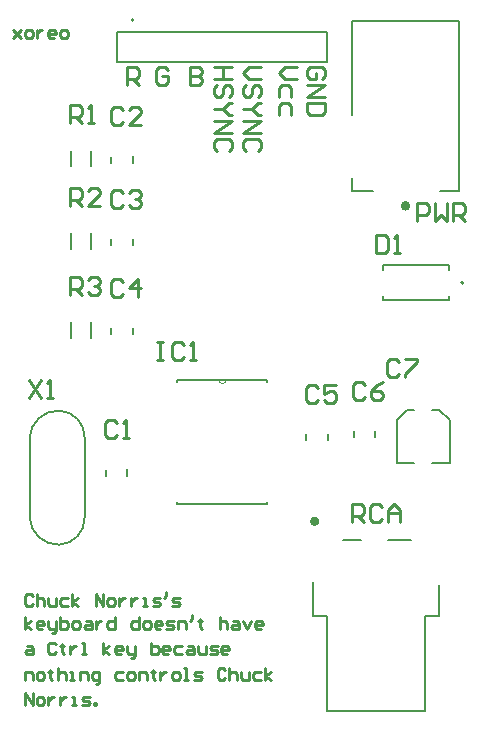
<source format=gbr>
G04*
G04 #@! TF.GenerationSoftware,Altium Limited,Altium Designer,22.4.2 (48)*
G04*
G04 Layer_Color=65535*
%FSLAX25Y25*%
%MOIN*%
G70*
G04*
G04 #@! TF.SameCoordinates,2A41B901-7CA2-4390-9F02-5F8C8343CA34*
G04*
G04*
G04 #@! TF.FilePolarity,Positive*
G04*
G01*
G75*
%ADD10C,0.00500*%
%ADD11C,0.01575*%
%ADD12C,0.00787*%
%ADD13C,0.00000*%
%ADD14C,0.00600*%
%ADD15C,0.01000*%
D10*
X28859Y93924D02*
G03*
X20347Y103052I-8820J308D01*
G01*
Y58365D02*
G03*
X28859Y67493I-308J8820D01*
G01*
X10511Y67542D02*
G03*
X20352Y58365I9509J332D01*
G01*
Y103052D02*
G03*
X10511Y93875I-332J-9509D01*
G01*
X28858Y67520D02*
Y93898D01*
X10512Y67520D02*
Y93898D01*
X42913Y81399D02*
X42926Y83457D01*
X35827Y81399D02*
X35831Y83390D01*
X44882Y185729D02*
X44895Y187788D01*
X37795Y185729D02*
X37799Y187721D01*
X44882Y158170D02*
X44895Y160229D01*
X37795Y158170D02*
X37799Y160161D01*
X44882Y128643D02*
X44895Y130701D01*
X37795Y128643D02*
X37799Y130634D01*
X109843Y93210D02*
X109855Y95268D01*
X102756Y93210D02*
X102760Y95201D01*
X125591Y94274D02*
X125603Y96332D01*
X118504Y94274D02*
X118508Y96265D01*
X24213Y184449D02*
Y189724D01*
X30906Y184449D02*
Y189724D01*
X24213Y156811D02*
Y162087D01*
X30906Y156811D02*
Y162087D01*
X24213Y127284D02*
Y132559D01*
X30906Y127284D02*
Y132559D01*
X109646Y2953D02*
Y34449D01*
Y2953D02*
X142323D01*
Y34449D01*
X146850D01*
Y44996D01*
X105118Y34449D02*
X109646D01*
X105118D02*
Y45996D01*
X129984Y59996D02*
X137484D01*
X114984D02*
X120984D01*
X118110Y233071D02*
X153543D01*
Y176378D02*
Y233071D01*
X118110Y176378D02*
Y180634D01*
X147327Y176378D02*
X153543D01*
X118110Y201634D02*
Y233071D01*
Y176378D02*
X124827D01*
X150236Y150000D02*
Y151476D01*
X128189D02*
X150236D01*
X128189Y150000D02*
Y151476D01*
Y139862D02*
Y141339D01*
Y139862D02*
X150236D01*
Y141339D01*
X39803Y219409D02*
Y229331D01*
X109803D01*
Y219409D02*
Y229331D01*
X39803Y219409D02*
X109803D01*
D11*
X106299Y66142D02*
G03*
X106299Y66142I-787J0D01*
G01*
X136614Y171260D02*
G03*
X136614Y171260I-787J0D01*
G01*
D12*
X155181Y145669D02*
G03*
X155181Y145669I-394J0D01*
G01*
X45197Y233268D02*
G03*
X45197Y233268I-394J0D01*
G01*
X144685Y103347D02*
X147047D01*
X150591Y99803D01*
X132874D02*
X136417Y103347D01*
X138779D01*
X150591Y85630D02*
Y99803D01*
X144685Y85630D02*
X150591D01*
X132874D02*
X138779D01*
X132874D02*
Y99803D01*
D13*
X73603Y113220D02*
G03*
X76003Y113220I1200J0D01*
G01*
D14*
X59803Y112420D02*
Y113220D01*
X73603D01*
X76003D01*
X89803D01*
Y71820D02*
Y72620D01*
X59803Y71820D02*
X89803D01*
X59803D02*
Y72620D01*
X89803Y112420D02*
Y113220D01*
D15*
X11498Y41300D02*
X10842Y41956D01*
X9530D01*
X8874Y41300D01*
Y38676D01*
X9530Y38020D01*
X10842D01*
X11498Y38676D01*
X12810Y41956D02*
Y38020D01*
Y39988D01*
X13466Y40644D01*
X14778D01*
X15434Y39988D01*
Y38020D01*
X16746Y40644D02*
Y38676D01*
X17402Y38020D01*
X19369D01*
Y40644D01*
X23305D02*
X21337D01*
X20681Y39988D01*
Y38676D01*
X21337Y38020D01*
X23305D01*
X24617D02*
Y41956D01*
Y39332D02*
X26585Y40644D01*
X24617Y39332D02*
X26585Y38020D01*
X32489D02*
Y41956D01*
X35112Y38020D01*
Y41956D01*
X37080Y38020D02*
X38392D01*
X39048Y38676D01*
Y39988D01*
X38392Y40644D01*
X37080D01*
X36424Y39988D01*
Y38676D01*
X37080Y38020D01*
X40360Y40644D02*
Y38020D01*
Y39332D01*
X41016Y39988D01*
X41672Y40644D01*
X42328D01*
X44296D02*
Y38020D01*
Y39332D01*
X44952Y39988D01*
X45608Y40644D01*
X46264D01*
X48231Y38020D02*
X49543D01*
X48887D01*
Y40644D01*
X48231D01*
X51511Y38020D02*
X53479D01*
X54135Y38676D01*
X53479Y39332D01*
X52167D01*
X51511Y39988D01*
X52167Y40644D01*
X54135D01*
X56103Y42612D02*
Y41300D01*
X55447Y40644D01*
X58071Y38020D02*
X60039D01*
X60695Y38676D01*
X60039Y39332D01*
X58727D01*
X58071Y39988D01*
X58727Y40644D01*
X60695D01*
X8874Y30241D02*
Y34177D01*
Y31553D02*
X10842Y32865D01*
X8874Y31553D02*
X10842Y30241D01*
X14778D02*
X13466D01*
X12810Y30897D01*
Y32209D01*
X13466Y32865D01*
X14778D01*
X15434Y32209D01*
Y31553D01*
X12810D01*
X16746Y32865D02*
Y30897D01*
X17402Y30241D01*
X19369D01*
Y29585D01*
X18713Y28929D01*
X18057D01*
X19369Y30241D02*
Y32865D01*
X20681Y34177D02*
Y30241D01*
X22649D01*
X23305Y30897D01*
Y31553D01*
Y32209D01*
X22649Y32865D01*
X20681D01*
X25273Y30241D02*
X26585D01*
X27241Y30897D01*
Y32209D01*
X26585Y32865D01*
X25273D01*
X24617Y32209D01*
Y30897D01*
X25273Y30241D01*
X29209Y32865D02*
X30521D01*
X31176Y32209D01*
Y30241D01*
X29209D01*
X28553Y30897D01*
X29209Y31553D01*
X31176D01*
X32489Y32865D02*
Y30241D01*
Y31553D01*
X33144Y32209D01*
X33800Y32865D01*
X34456D01*
X39048Y34177D02*
Y30241D01*
X37080D01*
X36424Y30897D01*
Y32209D01*
X37080Y32865D01*
X39048D01*
X46920Y34177D02*
Y30241D01*
X44952D01*
X44296Y30897D01*
Y32209D01*
X44952Y32865D01*
X46920D01*
X48887Y30241D02*
X50199D01*
X50855Y30897D01*
Y32209D01*
X50199Y32865D01*
X48887D01*
X48231Y32209D01*
Y30897D01*
X48887Y30241D01*
X54135D02*
X52823D01*
X52167Y30897D01*
Y32209D01*
X52823Y32865D01*
X54135D01*
X54791Y32209D01*
Y31553D01*
X52167D01*
X56103Y30241D02*
X58071D01*
X58727Y30897D01*
X58071Y31553D01*
X56759D01*
X56103Y32209D01*
X56759Y32865D01*
X58727D01*
X60039Y30241D02*
Y32865D01*
X62006D01*
X62663Y32209D01*
Y30241D01*
X64630Y34833D02*
Y33521D01*
X63974Y32865D01*
X67254Y33521D02*
Y32865D01*
X66598D01*
X67910D01*
X67254D01*
Y30897D01*
X67910Y30241D01*
X73814Y34177D02*
Y30241D01*
Y32209D01*
X74470Y32865D01*
X75782D01*
X76437Y32209D01*
Y30241D01*
X78405Y32865D02*
X79717D01*
X80373Y32209D01*
Y30241D01*
X78405D01*
X77750Y30897D01*
X78405Y31553D01*
X80373D01*
X81685Y32865D02*
X82997Y30241D01*
X84309Y32865D01*
X87589Y30241D02*
X86277D01*
X85621Y30897D01*
Y32209D01*
X86277Y32865D01*
X87589D01*
X88245Y32209D01*
Y31553D01*
X85621D01*
X9530Y24430D02*
X10842D01*
X11498Y23775D01*
Y21807D01*
X9530D01*
X8874Y22463D01*
X9530Y23119D01*
X11498D01*
X19369Y25086D02*
X18713Y25742D01*
X17402D01*
X16746Y25086D01*
Y22463D01*
X17402Y21807D01*
X18713D01*
X19369Y22463D01*
X21337Y25086D02*
Y24430D01*
X20681D01*
X21993D01*
X21337D01*
Y22463D01*
X21993Y21807D01*
X23961Y24430D02*
Y21807D01*
Y23119D01*
X24617Y23775D01*
X25273Y24430D01*
X25929D01*
X27897Y21807D02*
X29209D01*
X28553D01*
Y25742D01*
X27897D01*
X35112Y21807D02*
Y25742D01*
Y23119D02*
X37080Y24430D01*
X35112Y23119D02*
X37080Y21807D01*
X41016D02*
X39704D01*
X39048Y22463D01*
Y23775D01*
X39704Y24430D01*
X41016D01*
X41672Y23775D01*
Y23119D01*
X39048D01*
X42984Y24430D02*
Y22463D01*
X43640Y21807D01*
X45608D01*
Y21151D01*
X44952Y20495D01*
X44296D01*
X45608Y21807D02*
Y24430D01*
X50855Y25742D02*
Y21807D01*
X52823D01*
X53479Y22463D01*
Y23119D01*
Y23775D01*
X52823Y24430D01*
X50855D01*
X56759Y21807D02*
X55447D01*
X54791Y22463D01*
Y23775D01*
X55447Y24430D01*
X56759D01*
X57415Y23775D01*
Y23119D01*
X54791D01*
X61351Y24430D02*
X59383D01*
X58727Y23775D01*
Y22463D01*
X59383Y21807D01*
X61351D01*
X63318Y24430D02*
X64630D01*
X65286Y23775D01*
Y21807D01*
X63318D01*
X62663Y22463D01*
X63318Y23119D01*
X65286D01*
X66598Y24430D02*
Y22463D01*
X67254Y21807D01*
X69222D01*
Y24430D01*
X70534Y21807D02*
X72502D01*
X73158Y22463D01*
X72502Y23119D01*
X71190D01*
X70534Y23775D01*
X71190Y24430D01*
X73158D01*
X76437Y21807D02*
X75126D01*
X74470Y22463D01*
Y23775D01*
X75126Y24430D01*
X76437D01*
X77093Y23775D01*
Y23119D01*
X74470D01*
X8874Y13372D02*
Y15996D01*
X10842D01*
X11498Y15340D01*
Y13372D01*
X13466D02*
X14778D01*
X15434Y14028D01*
Y15340D01*
X14778Y15996D01*
X13466D01*
X12810Y15340D01*
Y14028D01*
X13466Y13372D01*
X17402Y16652D02*
Y15996D01*
X16746D01*
X18057D01*
X17402D01*
Y14028D01*
X18057Y13372D01*
X20025Y17308D02*
Y13372D01*
Y15340D01*
X20681Y15996D01*
X21993D01*
X22649Y15340D01*
Y13372D01*
X23961D02*
X25273D01*
X24617D01*
Y15996D01*
X23961D01*
X27241Y13372D02*
Y15996D01*
X29209D01*
X29865Y15340D01*
Y13372D01*
X32489Y12060D02*
X33144D01*
X33800Y12716D01*
Y15996D01*
X31833D01*
X31176Y15340D01*
Y14028D01*
X31833Y13372D01*
X33800D01*
X41672Y15996D02*
X39704D01*
X39048Y15340D01*
Y14028D01*
X39704Y13372D01*
X41672D01*
X43640D02*
X44952D01*
X45608Y14028D01*
Y15340D01*
X44952Y15996D01*
X43640D01*
X42984Y15340D01*
Y14028D01*
X43640Y13372D01*
X46920D02*
Y15996D01*
X48887D01*
X49543Y15340D01*
Y13372D01*
X51511Y16652D02*
Y15996D01*
X50855D01*
X52167D01*
X51511D01*
Y14028D01*
X52167Y13372D01*
X54135Y15996D02*
Y13372D01*
Y14684D01*
X54791Y15340D01*
X55447Y15996D01*
X56103D01*
X58727Y13372D02*
X60039D01*
X60695Y14028D01*
Y15340D01*
X60039Y15996D01*
X58727D01*
X58071Y15340D01*
Y14028D01*
X58727Y13372D01*
X62006D02*
X63318D01*
X62663D01*
Y17308D01*
X62006D01*
X65286Y13372D02*
X67254D01*
X67910Y14028D01*
X67254Y14684D01*
X65942D01*
X65286Y15340D01*
X65942Y15996D01*
X67910D01*
X75782Y16652D02*
X75126Y17308D01*
X73814D01*
X73158Y16652D01*
Y14028D01*
X73814Y13372D01*
X75126D01*
X75782Y14028D01*
X77093Y17308D02*
Y13372D01*
Y15340D01*
X77750Y15996D01*
X79061D01*
X79717Y15340D01*
Y13372D01*
X81029Y15996D02*
Y14028D01*
X81685Y13372D01*
X83653D01*
Y15996D01*
X87589D02*
X85621D01*
X84965Y15340D01*
Y14028D01*
X85621Y13372D01*
X87589D01*
X88901D02*
Y17308D01*
Y14684D02*
X90869Y15996D01*
X88901Y14684D02*
X90869Y13372D01*
X8874Y4937D02*
Y8873D01*
X11498Y4937D01*
Y8873D01*
X13466Y4937D02*
X14778D01*
X15434Y5593D01*
Y6905D01*
X14778Y7561D01*
X13466D01*
X12810Y6905D01*
Y5593D01*
X13466Y4937D01*
X16746Y7561D02*
Y4937D01*
Y6249D01*
X17402Y6905D01*
X18057Y7561D01*
X18713D01*
X20681D02*
Y4937D01*
Y6249D01*
X21337Y6905D01*
X21993Y7561D01*
X22649D01*
X24617Y4937D02*
X25929D01*
X25273D01*
Y7561D01*
X24617D01*
X27897Y4937D02*
X29865D01*
X30521Y5593D01*
X29865Y6249D01*
X28553D01*
X27897Y6905D01*
X28553Y7561D01*
X30521D01*
X31833Y4937D02*
Y5593D01*
X32489D01*
Y4937D01*
X31833D01*
X4937Y230002D02*
X7561Y227378D01*
X6249Y228690D01*
X7561Y230002D01*
X4937Y227378D01*
X9529D02*
X10841D01*
X11497Y228034D01*
Y229346D01*
X10841Y230002D01*
X9529D01*
X8873Y229346D01*
Y228034D01*
X9529Y227378D01*
X12809Y230002D02*
Y227378D01*
Y228690D01*
X13464Y229346D01*
X14120Y230002D01*
X14776D01*
X18712Y227378D02*
X17400D01*
X16744Y228034D01*
Y229346D01*
X17400Y230002D01*
X18712D01*
X19368Y229346D01*
Y228690D01*
X16744D01*
X21336Y227378D02*
X22648D01*
X23304Y228034D01*
Y229346D01*
X22648Y230002D01*
X21336D01*
X20680Y229346D01*
Y228034D01*
X21336Y227378D01*
X42969Y211630D02*
Y217628D01*
X45968D01*
X46968Y216628D01*
Y214629D01*
X45968Y213629D01*
X42969D01*
X44968D02*
X46968Y211630D01*
X56743Y216628D02*
X55744Y217628D01*
X53744D01*
X52745Y216628D01*
Y212630D01*
X53744Y211630D01*
X55744D01*
X56743Y212630D01*
Y214629D01*
X54744D01*
X63992Y217628D02*
Y211630D01*
X66991D01*
X67991Y212630D01*
Y213629D01*
X66991Y214629D01*
X63992D01*
X66991D01*
X67991Y215629D01*
Y216628D01*
X66991Y217628D01*
X63992D01*
X108033Y213505D02*
X109033Y214505D01*
Y216504D01*
X108033Y217504D01*
X104034D01*
X103035Y216504D01*
Y214505D01*
X104034Y213505D01*
X106034D01*
Y215505D01*
X103035Y211506D02*
X109033D01*
X103035Y207507D01*
X109033D01*
Y205508D02*
X103035D01*
Y202509D01*
X104034Y201509D01*
X108033D01*
X109033Y202509D01*
Y205508D01*
X77864Y217504D02*
X71866D01*
X74865D01*
Y213505D01*
X77864D01*
X71866D01*
X76864Y207507D02*
X77864Y208507D01*
Y210506D01*
X76864Y211506D01*
X75865D01*
X74865Y210506D01*
Y208507D01*
X73865Y207507D01*
X72866D01*
X71866Y208507D01*
Y210506D01*
X72866Y211506D01*
X77864Y205508D02*
X76864D01*
X74865Y203508D01*
X76864Y201509D01*
X77864D01*
X74865Y203508D02*
X71866D01*
Y199510D02*
X77864D01*
X71866Y195511D01*
X77864D01*
X76864Y189513D02*
X77864Y190513D01*
Y192512D01*
X76864Y193512D01*
X72866D01*
X71866Y192512D01*
Y190513D01*
X72866Y189513D01*
X87707Y217504D02*
X83708D01*
X81709Y215505D01*
X83708Y213505D01*
X87707D01*
X86707Y207507D02*
X87707Y208507D01*
Y210506D01*
X86707Y211506D01*
X85707D01*
X84708Y210506D01*
Y208507D01*
X83708Y207507D01*
X82708D01*
X81709Y208507D01*
Y210506D01*
X82708Y211506D01*
X87707Y205508D02*
X86707D01*
X84708Y203508D01*
X86707Y201509D01*
X87707D01*
X84708Y203508D02*
X81709D01*
Y199510D02*
X87707D01*
X81709Y195511D01*
X87707D01*
X86707Y189513D02*
X87707Y190513D01*
Y192512D01*
X86707Y193512D01*
X82708D01*
X81709Y192512D01*
Y190513D01*
X82708Y189513D01*
X99518Y217504D02*
X95519D01*
X93520Y215505D01*
X95519Y213505D01*
X99518D01*
X97518Y207507D02*
Y210506D01*
X96519Y211506D01*
X94519D01*
X93520Y210506D01*
Y207507D01*
X97518Y201509D02*
Y204508D01*
X96519Y205508D01*
X94519D01*
X93520Y204508D01*
Y201509D01*
X10400Y113398D02*
X14399Y107400D01*
Y113398D02*
X10400Y107400D01*
X16398D02*
X18397D01*
X17398D01*
Y113398D01*
X16398Y112398D01*
X24100Y141700D02*
Y147698D01*
X27099D01*
X28099Y146698D01*
Y144699D01*
X27099Y143699D01*
X24100D01*
X26099D02*
X28099Y141700D01*
X30098Y146698D02*
X31098Y147698D01*
X33097D01*
X34097Y146698D01*
Y145699D01*
X33097Y144699D01*
X32097D01*
X33097D01*
X34097Y143699D01*
Y142700D01*
X33097Y141700D01*
X31098D01*
X30098Y142700D01*
X24100Y171300D02*
Y177298D01*
X27099D01*
X28099Y176298D01*
Y174299D01*
X27099Y173299D01*
X24100D01*
X26099D02*
X28099Y171300D01*
X34097D02*
X30098D01*
X34097Y175299D01*
Y176298D01*
X33097Y177298D01*
X31098D01*
X30098Y176298D01*
X24100Y198900D02*
Y204898D01*
X27099D01*
X28099Y203898D01*
Y201899D01*
X27099Y200899D01*
X24100D01*
X26099D02*
X28099Y198900D01*
X30098D02*
X32097D01*
X31098D01*
Y204898D01*
X30098Y203898D01*
X139640Y166292D02*
Y172290D01*
X142639D01*
X143639Y171291D01*
Y169291D01*
X142639Y168292D01*
X139640D01*
X145638Y172290D02*
Y166292D01*
X147638Y168292D01*
X149637Y166292D01*
Y172290D01*
X151637Y166292D02*
Y172290D01*
X154636D01*
X155635Y171291D01*
Y169291D01*
X154636Y168292D01*
X151637D01*
X153636D02*
X155635Y166292D01*
X117987Y65899D02*
Y71897D01*
X120986D01*
X121985Y70897D01*
Y68898D01*
X120986Y67898D01*
X117987D01*
X119986D02*
X121985Y65899D01*
X127984Y70897D02*
X126984Y71897D01*
X124985D01*
X123985Y70897D01*
Y66898D01*
X124985Y65899D01*
X126984D01*
X127984Y66898D01*
X129983Y65899D02*
Y69897D01*
X131982Y71897D01*
X133982Y69897D01*
Y65899D01*
Y68898D01*
X129983D01*
X53000Y125898D02*
X54999D01*
X54000D01*
Y119900D01*
X53000D01*
X54999D01*
X61997Y124898D02*
X60997Y125898D01*
X58998D01*
X57998Y124898D01*
Y120900D01*
X58998Y119900D01*
X60997D01*
X61997Y120900D01*
X63996Y119900D02*
X65996D01*
X64996D01*
Y125898D01*
X63996Y124898D01*
X126100Y161598D02*
Y155600D01*
X129099D01*
X130099Y156600D01*
Y160598D01*
X129099Y161598D01*
X126100D01*
X132098Y155600D02*
X134097D01*
X133098D01*
Y161598D01*
X132098Y160598D01*
X133799Y119298D02*
X132799Y120298D01*
X130800D01*
X129800Y119298D01*
Y115300D01*
X130800Y114300D01*
X132799D01*
X133799Y115300D01*
X135798Y120298D02*
X139797D01*
Y119298D01*
X135798Y115300D01*
Y114300D01*
X122399Y111598D02*
X121399Y112598D01*
X119400D01*
X118400Y111598D01*
Y107600D01*
X119400Y106600D01*
X121399D01*
X122399Y107600D01*
X128397Y112598D02*
X126397Y111598D01*
X124398Y109599D01*
Y107600D01*
X125398Y106600D01*
X127397D01*
X128397Y107600D01*
Y108599D01*
X127397Y109599D01*
X124398D01*
X106699Y110598D02*
X105699Y111598D01*
X103700D01*
X102700Y110598D01*
Y106600D01*
X103700Y105600D01*
X105699D01*
X106699Y106600D01*
X112697Y111598D02*
X108698D01*
Y108599D01*
X110697Y109599D01*
X111697D01*
X112697Y108599D01*
Y106600D01*
X111697Y105600D01*
X109698D01*
X108698Y106600D01*
X41699Y145998D02*
X40699Y146998D01*
X38700D01*
X37700Y145998D01*
Y142000D01*
X38700Y141000D01*
X40699D01*
X41699Y142000D01*
X46697Y141000D02*
Y146998D01*
X43698Y143999D01*
X47697D01*
X41699Y175498D02*
X40699Y176498D01*
X38700D01*
X37700Y175498D01*
Y171500D01*
X38700Y170500D01*
X40699D01*
X41699Y171500D01*
X43698Y175498D02*
X44698Y176498D01*
X46697D01*
X47697Y175498D01*
Y174499D01*
X46697Y173499D01*
X45697D01*
X46697D01*
X47697Y172499D01*
Y171500D01*
X46697Y170500D01*
X44698D01*
X43698Y171500D01*
X41699Y203098D02*
X40699Y204098D01*
X38700D01*
X37700Y203098D01*
Y199100D01*
X38700Y198100D01*
X40699D01*
X41699Y199100D01*
X47697Y198100D02*
X43698D01*
X47697Y202099D01*
Y203098D01*
X46697Y204098D01*
X44698D01*
X43698Y203098D01*
X39699Y98798D02*
X38699Y99798D01*
X36700D01*
X35700Y98798D01*
Y94800D01*
X36700Y93800D01*
X38699D01*
X39699Y94800D01*
X41698Y93800D02*
X43697D01*
X42698D01*
Y99798D01*
X41698Y98798D01*
M02*

</source>
